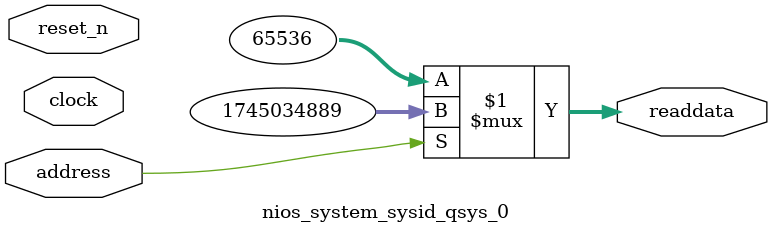
<source format=v>



// synthesis translate_off
`timescale 1ns / 1ps
// synthesis translate_on

// turn off superfluous verilog processor warnings 
// altera message_level Level1 
// altera message_off 10034 10035 10036 10037 10230 10240 10030 

module nios_system_sysid_qsys_0 (
               // inputs:
                address,
                clock,
                reset_n,

               // outputs:
                readdata
             )
;

  output  [ 31: 0] readdata;
  input            address;
  input            clock;
  input            reset_n;

  wire    [ 31: 0] readdata;
  //control_slave, which is an e_avalon_slave
  assign readdata = address ? 1745034889 : 65536;

endmodule



</source>
